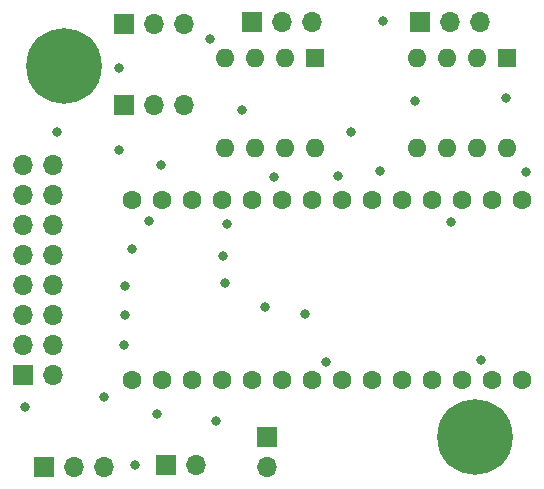
<source format=gbr>
%TF.GenerationSoftware,KiCad,Pcbnew,(6.0.5)*%
%TF.CreationDate,2022-06-26T17:30:21+02:00*%
%TF.ProjectId,midiperformer,6d696469-7065-4726-966f-726d65722e6b,rev?*%
%TF.SameCoordinates,Original*%
%TF.FileFunction,Soldermask,Bot*%
%TF.FilePolarity,Negative*%
%FSLAX46Y46*%
G04 Gerber Fmt 4.6, Leading zero omitted, Abs format (unit mm)*
G04 Created by KiCad (PCBNEW (6.0.5)) date 2022-06-26 17:30:21*
%MOMM*%
%LPD*%
G01*
G04 APERTURE LIST*
%ADD10R,1.700000X1.700000*%
%ADD11O,1.700000X1.700000*%
%ADD12C,1.600000*%
%ADD13R,1.600000X1.600000*%
%ADD14O,1.600000X1.600000*%
%ADD15C,6.400000*%
%ADD16C,0.800000*%
G04 APERTURE END LIST*
D10*
%TO.C,J4*%
X208875000Y-66932744D03*
D11*
X211415000Y-66932744D03*
X213955000Y-66932744D03*
%TD*%
D10*
%TO.C,J3*%
X208875000Y-60082744D03*
D11*
X211415000Y-60082744D03*
X213955000Y-60082744D03*
%TD*%
D10*
%TO.C,SW1*%
X212400000Y-97400000D03*
D11*
X214940000Y-97400000D03*
%TD*%
D10*
%TO.C,J1*%
X219735000Y-59882744D03*
D11*
X222275000Y-59882744D03*
X224815000Y-59882744D03*
%TD*%
D10*
%TO.C,J6*%
X200335000Y-89780000D03*
D11*
X202875000Y-89780000D03*
X200335000Y-87240000D03*
X202875000Y-87240000D03*
X200335000Y-84700000D03*
X202875000Y-84700000D03*
X200335000Y-82160000D03*
X202875000Y-82160000D03*
X200335000Y-79620000D03*
X202875000Y-79620000D03*
X200335000Y-77080000D03*
X202875000Y-77080000D03*
X200335000Y-74540000D03*
X202875000Y-74540000D03*
X200335000Y-72000000D03*
X202875000Y-72000000D03*
%TD*%
D12*
%TO.C,U4*%
X242570000Y-74960000D03*
X240030000Y-74960000D03*
X237490000Y-74960000D03*
X234950000Y-74960000D03*
X232410000Y-74960000D03*
X229870000Y-74960000D03*
X227330000Y-74960000D03*
X224790000Y-74960000D03*
X222250000Y-74960000D03*
X219710000Y-74960000D03*
X217170000Y-74960000D03*
X214630000Y-74960000D03*
X212090000Y-74960000D03*
X209550000Y-74960000D03*
X209550000Y-90200000D03*
X212090000Y-90200000D03*
X214630000Y-90200000D03*
X217170000Y-90200000D03*
X219710000Y-90200000D03*
X222250000Y-90200000D03*
X224790000Y-90200000D03*
X227330000Y-90200000D03*
X229870000Y-90200000D03*
X232410000Y-90200000D03*
X234950000Y-90200000D03*
X237490000Y-90200000D03*
X240030000Y-90200000D03*
X242570000Y-90200000D03*
%TD*%
D10*
%TO.C,J2*%
X233950000Y-59857744D03*
D11*
X236490000Y-59857744D03*
X239030000Y-59857744D03*
%TD*%
D13*
%TO.C,U2*%
X241275000Y-62882744D03*
D14*
X238735000Y-62882744D03*
X236195000Y-62882744D03*
X233655000Y-62882744D03*
X233655000Y-70502744D03*
X236195000Y-70502744D03*
X238735000Y-70502744D03*
X241275000Y-70502744D03*
%TD*%
D15*
%TO.C,H1*%
X238600000Y-95000000D03*
%TD*%
D10*
%TO.C,U5*%
X202075000Y-97575000D03*
D11*
X204615000Y-97575000D03*
X207155000Y-97575000D03*
%TD*%
D15*
%TO.C,H2*%
X203800000Y-63600000D03*
%TD*%
D10*
%TO.C,J5*%
X221000000Y-95000000D03*
D11*
X221000000Y-97540000D03*
%TD*%
D13*
%TO.C,U1*%
X225075000Y-62882744D03*
D14*
X222535000Y-62882744D03*
X219995000Y-62882744D03*
X217455000Y-62882744D03*
X217455000Y-70502744D03*
X219995000Y-70502744D03*
X222535000Y-70502744D03*
X225075000Y-70502744D03*
%TD*%
D16*
X209600000Y-79100000D03*
X207200000Y-91600000D03*
X208500000Y-63800000D03*
X236600000Y-76800000D03*
X239100000Y-88500000D03*
X211000000Y-76700000D03*
X242900000Y-72600000D03*
X228100000Y-69200000D03*
X208500000Y-70700000D03*
X211700000Y-93100000D03*
X226000000Y-88700000D03*
X233500000Y-66600000D03*
X209000000Y-84700000D03*
X203200000Y-69200000D03*
X230800000Y-59800000D03*
X221600000Y-73000000D03*
X227000000Y-72900000D03*
X208900000Y-87200000D03*
X241200000Y-66300000D03*
X217600000Y-77000000D03*
X209800000Y-97400000D03*
X217400000Y-82000000D03*
X216200000Y-61300000D03*
X216688158Y-93694734D03*
X218900000Y-67300000D03*
X224200000Y-84600000D03*
X220800000Y-84000000D03*
X200500000Y-92500000D03*
X209000000Y-82200000D03*
X217300000Y-79700000D03*
X211999998Y-72000000D03*
X230600000Y-72500000D03*
M02*

</source>
